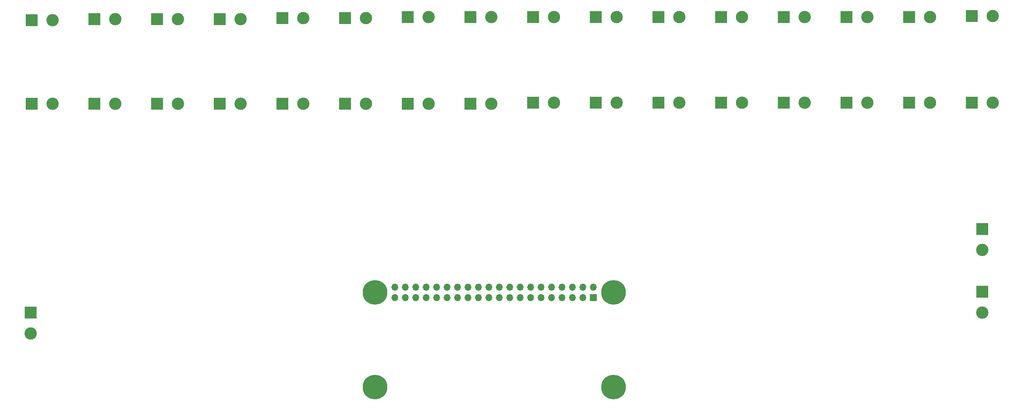
<source format=gbr>
%TF.GenerationSoftware,KiCad,Pcbnew,(6.0.9)*%
%TF.CreationDate,2022-12-20T13:31:30+02:00*%
%TF.ProjectId,piPDU,70695044-552e-46b6-9963-61645f706362,rev?*%
%TF.SameCoordinates,Original*%
%TF.FileFunction,Soldermask,Top*%
%TF.FilePolarity,Negative*%
%FSLAX46Y46*%
G04 Gerber Fmt 4.6, Leading zero omitted, Abs format (unit mm)*
G04 Created by KiCad (PCBNEW (6.0.9)) date 2022-12-20 13:31:30*
%MOMM*%
%LPD*%
G01*
G04 APERTURE LIST*
%ADD10R,3.000000X3.000000*%
%ADD11C,3.000000*%
%ADD12C,6.000000*%
%ADD13R,1.700000X1.700000*%
%ADD14O,1.700000X1.700000*%
G04 APERTURE END LIST*
D10*
%TO.C,J17*%
X152400000Y-71628000D03*
D11*
X157480000Y-71628000D03*
%TD*%
D10*
%TO.C,J13*%
X121920000Y-71882000D03*
D11*
X127000000Y-71882000D03*
%TD*%
D10*
%TO.C,J16*%
X152400000Y-50800000D03*
D11*
X157480000Y-50800000D03*
%TD*%
D10*
%TO.C,J25*%
X213360000Y-71628000D03*
D11*
X218440000Y-71628000D03*
%TD*%
D10*
%TO.C,J11*%
X106680000Y-71882000D03*
D11*
X111760000Y-71882000D03*
%TD*%
D10*
%TO.C,J28*%
X243840000Y-50800000D03*
D11*
X248920000Y-50800000D03*
%TD*%
D10*
%TO.C,J27*%
X228600000Y-71628000D03*
D11*
X233680000Y-71628000D03*
%TD*%
D10*
%TO.C,J12*%
X121920000Y-50800000D03*
D11*
X127000000Y-50800000D03*
%TD*%
D10*
%TO.C,J31*%
X259080000Y-71628000D03*
D11*
X264160000Y-71628000D03*
%TD*%
D10*
%TO.C,J18*%
X167640000Y-50800000D03*
D11*
X172720000Y-50800000D03*
%TD*%
D10*
%TO.C,J2*%
X45720000Y-51308000D03*
D11*
X50800000Y-51308000D03*
%TD*%
D10*
%TO.C,J32*%
X30226000Y-122682000D03*
D11*
X30226000Y-127762000D03*
%TD*%
D10*
%TO.C,J1*%
X30480000Y-71882000D03*
D11*
X35560000Y-71882000D03*
%TD*%
D10*
%TO.C,J8*%
X91440000Y-51054000D03*
D11*
X96520000Y-51054000D03*
%TD*%
D12*
%TO.C,J35*%
X171965000Y-117777000D03*
X113965000Y-140777000D03*
X113965000Y-117777000D03*
X171965000Y-140777000D03*
D13*
X167095000Y-119047000D03*
D14*
X167095000Y-116507000D03*
X164555000Y-119047000D03*
X164555000Y-116507000D03*
X162015000Y-119047000D03*
X162015000Y-116507000D03*
X159475000Y-119047000D03*
X159475000Y-116507000D03*
X156935000Y-119047000D03*
X156935000Y-116507000D03*
X154395000Y-119047000D03*
X154395000Y-116507000D03*
X151855000Y-119047000D03*
X151855000Y-116507000D03*
X149315000Y-119047000D03*
X149315000Y-116507000D03*
X146775000Y-119047000D03*
X146775000Y-116507000D03*
X144235000Y-119047000D03*
X144235000Y-116507000D03*
X141695000Y-119047000D03*
X141695000Y-116507000D03*
X139155000Y-119047000D03*
X139155000Y-116507000D03*
X136615000Y-119047000D03*
X136615000Y-116507000D03*
X134075000Y-119047000D03*
X134075000Y-116507000D03*
X131535000Y-119047000D03*
X131535000Y-116507000D03*
X128995000Y-119047000D03*
X128995000Y-116507000D03*
X126455000Y-119047000D03*
X126455000Y-116507000D03*
X123915000Y-119047000D03*
X123915000Y-116507000D03*
X121375000Y-119047000D03*
X121375000Y-116507000D03*
X118835000Y-119047000D03*
X118835000Y-116507000D03*
%TD*%
D10*
%TO.C,J14*%
X137160000Y-50800000D03*
D11*
X142240000Y-50800000D03*
%TD*%
D10*
%TO.C,J20*%
X182880000Y-50800000D03*
D11*
X187960000Y-50800000D03*
%TD*%
D10*
%TO.C,J4*%
X60960000Y-51308000D03*
D11*
X66040000Y-51308000D03*
%TD*%
D10*
%TO.C,J9*%
X91440000Y-71882000D03*
D11*
X96520000Y-71882000D03*
%TD*%
D10*
%TO.C,J23*%
X198120000Y-71628000D03*
D11*
X203200000Y-71628000D03*
%TD*%
D10*
%TO.C,J6*%
X76200000Y-51308000D03*
D11*
X81280000Y-51308000D03*
%TD*%
D10*
%TO.C,J21*%
X182880000Y-71628000D03*
D11*
X187960000Y-71628000D03*
%TD*%
D10*
%TO.C,J29*%
X243840000Y-71628000D03*
D11*
X248920000Y-71628000D03*
%TD*%
D10*
%TO.C,J0*%
X30480000Y-51562000D03*
D11*
X35560000Y-51562000D03*
%TD*%
D10*
%TO.C,J15*%
X137160000Y-71882000D03*
D11*
X142240000Y-71882000D03*
%TD*%
D10*
%TO.C,J24*%
X213360000Y-50800000D03*
D11*
X218440000Y-50800000D03*
%TD*%
D10*
%TO.C,J10*%
X106680000Y-51054000D03*
D11*
X111760000Y-51054000D03*
%TD*%
D10*
%TO.C,J5*%
X60960000Y-71882000D03*
D11*
X66040000Y-71882000D03*
%TD*%
D10*
%TO.C,J22*%
X198120000Y-50800000D03*
D11*
X203200000Y-50800000D03*
%TD*%
D10*
%TO.C,J34*%
X261620000Y-102362000D03*
D11*
X261620000Y-107442000D03*
%TD*%
D10*
%TO.C,J3*%
X45720000Y-71882000D03*
D11*
X50800000Y-71882000D03*
%TD*%
D10*
%TO.C,J30*%
X259080000Y-50546000D03*
D11*
X264160000Y-50546000D03*
%TD*%
D10*
%TO.C,J26*%
X228600000Y-50800000D03*
D11*
X233680000Y-50800000D03*
%TD*%
D10*
%TO.C,J33*%
X261620000Y-117602000D03*
D11*
X261620000Y-122682000D03*
%TD*%
D10*
%TO.C,J19*%
X167640000Y-71628000D03*
D11*
X172720000Y-71628000D03*
%TD*%
D10*
%TO.C,J7*%
X76200000Y-71882000D03*
D11*
X81280000Y-71882000D03*
%TD*%
M02*

</source>
